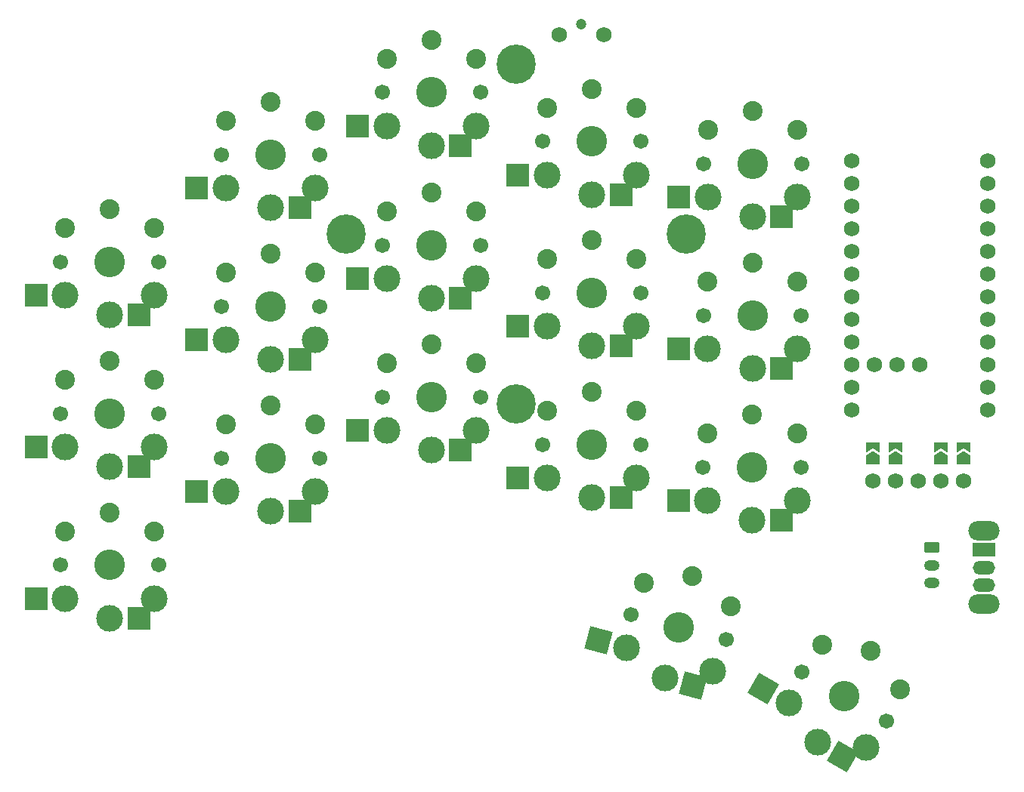
<source format=gbr>
%TF.GenerationSoftware,KiCad,Pcbnew,7.0.8*%
%TF.CreationDate,2023-10-31T13:57:00-04:00*%
%TF.ProjectId,half-swept,68616c66-2d73-4776-9570-742e6b696361,rev?*%
%TF.SameCoordinates,Original*%
%TF.FileFunction,Soldermask,Bot*%
%TF.FilePolarity,Negative*%
%FSLAX46Y46*%
G04 Gerber Fmt 4.6, Leading zero omitted, Abs format (unit mm)*
G04 Created by KiCad (PCBNEW 7.0.8) date 2023-10-31 13:57:00*
%MOMM*%
%LPD*%
G01*
G04 APERTURE LIST*
G04 Aperture macros list*
%AMRoundRect*
0 Rectangle with rounded corners*
0 $1 Rounding radius*
0 $2 $3 $4 $5 $6 $7 $8 $9 X,Y pos of 4 corners*
0 Add a 4 corners polygon primitive as box body*
4,1,4,$2,$3,$4,$5,$6,$7,$8,$9,$2,$3,0*
0 Add four circle primitives for the rounded corners*
1,1,$1+$1,$2,$3*
1,1,$1+$1,$4,$5*
1,1,$1+$1,$6,$7*
1,1,$1+$1,$8,$9*
0 Add four rect primitives between the rounded corners*
20,1,$1+$1,$2,$3,$4,$5,0*
20,1,$1+$1,$4,$5,$6,$7,0*
20,1,$1+$1,$6,$7,$8,$9,0*
20,1,$1+$1,$8,$9,$2,$3,0*%
%AMRotRect*
0 Rectangle, with rotation*
0 The origin of the aperture is its center*
0 $1 length*
0 $2 width*
0 $3 Rotation angle, in degrees counterclockwise*
0 Add horizontal line*
21,1,$1,$2,0,0,$3*%
%AMFreePoly0*
4,1,6,1.000000,0.000000,0.500000,-0.750000,-0.500000,-0.750000,-0.500000,0.750000,0.500000,0.750000,1.000000,0.000000,1.000000,0.000000,$1*%
%AMFreePoly1*
4,1,6,0.500000,-0.750000,-0.650000,-0.750000,-0.150000,0.000000,-0.650000,0.750000,0.500000,0.750000,0.500000,-0.750000,0.500000,-0.750000,$1*%
G04 Aperture macros list end*
%ADD10C,1.701800*%
%ADD11C,3.000000*%
%ADD12C,3.429000*%
%ADD13RotRect,2.600000X2.600000X165.000000*%
%ADD14C,2.232000*%
%ADD15C,1.200000*%
%ADD16C,1.750000*%
%ADD17R,2.600000X2.600000*%
%ADD18RotRect,2.600000X2.600000X150.000000*%
%ADD19C,4.400000*%
%ADD20C,1.752600*%
%ADD21RoundRect,0.250000X-0.625000X0.350000X-0.625000X-0.350000X0.625000X-0.350000X0.625000X0.350000X0*%
%ADD22O,1.750000X1.200000*%
%ADD23FreePoly0,90.000000*%
%ADD24FreePoly1,90.000000*%
%ADD25O,3.500000X2.200000*%
%ADD26R,2.500000X1.500000*%
%ADD27O,2.500000X1.500000*%
G04 APERTURE END LIST*
D10*
%TO.C,SW21*%
X91649111Y-83678507D03*
D11*
X90195577Y-87171319D03*
X84796546Y-88002261D03*
D12*
X86336519Y-82255002D03*
D11*
X80536318Y-84583129D03*
D10*
X81023927Y-80831497D03*
D13*
X87959953Y-88849893D03*
D14*
X87863551Y-76556040D03*
X92149661Y-79878579D03*
X82490402Y-77290389D03*
D13*
X77372911Y-83735496D03*
%TD*%
D15*
%TO.C,RSW1*%
X75451865Y-14657504D03*
D16*
X72951865Y-15867504D03*
X77951865Y-15867504D03*
%TD*%
D10*
%TO.C,SW2*%
X28126865Y-41305002D03*
D11*
X27626865Y-45055002D03*
X22626865Y-47255002D03*
D12*
X22626865Y-41305002D03*
D11*
X17626865Y-45055002D03*
D10*
X17126865Y-41305002D03*
D17*
X25901865Y-47255002D03*
D14*
X22626865Y-35405002D03*
X27626865Y-37505002D03*
X17626865Y-37505002D03*
D17*
X14351865Y-45055002D03*
%TD*%
D10*
%TO.C,SW3*%
X46126867Y-29305002D03*
D11*
X45626867Y-33055002D03*
X40626867Y-35255002D03*
D12*
X40626867Y-29305002D03*
D11*
X35626867Y-33055002D03*
D10*
X35126867Y-29305002D03*
D17*
X43901867Y-35255002D03*
D14*
X40626867Y-23405002D03*
X45626867Y-25505002D03*
X35626867Y-25505002D03*
D17*
X32351867Y-33055002D03*
%TD*%
D10*
%TO.C,SW4*%
X64126864Y-22305002D03*
D11*
X63626864Y-26055002D03*
X58626864Y-28255002D03*
D12*
X58626864Y-22305002D03*
D11*
X53626864Y-26055002D03*
D10*
X53126864Y-22305002D03*
D17*
X61901864Y-28255002D03*
D14*
X58626864Y-16405002D03*
X63626864Y-18505002D03*
X53626864Y-18505002D03*
D17*
X50351864Y-26055002D03*
%TD*%
D10*
%TO.C,SW5*%
X82126865Y-27805003D03*
D11*
X81626865Y-31555003D03*
X76626865Y-33755003D03*
D12*
X76626865Y-27805003D03*
D11*
X71626865Y-31555003D03*
D10*
X71126865Y-27805003D03*
D17*
X79901865Y-33755003D03*
D14*
X76626865Y-21905003D03*
X81626865Y-24005003D03*
X71626865Y-24005003D03*
D17*
X68351865Y-31555003D03*
%TD*%
D10*
%TO.C,SW6*%
X100126863Y-30305002D03*
D11*
X99626863Y-34055002D03*
X94626863Y-36255002D03*
D12*
X94626863Y-30305002D03*
D11*
X89626863Y-34055002D03*
D10*
X89126863Y-30305002D03*
D17*
X97901863Y-36255002D03*
D14*
X94626863Y-24405002D03*
X99626863Y-26505002D03*
X89626863Y-26505002D03*
D17*
X86351863Y-34055002D03*
%TD*%
D10*
%TO.C,SW8*%
X28126865Y-58305002D03*
D11*
X27626865Y-62055002D03*
X22626865Y-64255002D03*
D12*
X22626865Y-58305002D03*
D11*
X17626865Y-62055002D03*
D10*
X17126865Y-58305002D03*
D17*
X25901865Y-64255002D03*
D14*
X22626865Y-52405002D03*
X27626865Y-54505002D03*
X17626865Y-54505002D03*
D17*
X14351865Y-62055002D03*
%TD*%
D10*
%TO.C,SW9*%
X46126867Y-46279002D03*
D11*
X45626867Y-50029002D03*
X40626867Y-52229002D03*
D12*
X40626867Y-46279002D03*
D11*
X35626867Y-50029002D03*
D10*
X35126867Y-46279002D03*
D17*
X43901867Y-52229002D03*
D14*
X40626867Y-40379002D03*
X45626867Y-42479002D03*
X35626867Y-42479002D03*
D17*
X32351867Y-50029002D03*
%TD*%
D10*
%TO.C,SW10*%
X64126866Y-39421002D03*
D11*
X63626866Y-43171002D03*
X58626866Y-45371002D03*
D12*
X58626866Y-39421002D03*
D11*
X53626866Y-43171002D03*
D10*
X53126866Y-39421002D03*
D17*
X61901866Y-45371002D03*
D14*
X58626866Y-33521002D03*
X63626866Y-35621002D03*
X53626866Y-35621002D03*
D17*
X50351866Y-43171002D03*
%TD*%
D10*
%TO.C,SW11*%
X82126867Y-44755005D03*
D11*
X81626867Y-48505005D03*
X76626867Y-50705005D03*
D12*
X76626867Y-44755005D03*
D11*
X71626867Y-48505005D03*
D10*
X71126867Y-44755005D03*
D17*
X79901867Y-50705005D03*
D14*
X76626867Y-38855005D03*
X81626867Y-40955005D03*
X71626867Y-40955005D03*
D17*
X68351867Y-48505005D03*
%TD*%
D10*
%TO.C,SW12*%
X100106865Y-47295002D03*
D11*
X99606865Y-51045002D03*
X94606865Y-53245002D03*
D12*
X94606865Y-47295002D03*
D11*
X89606865Y-51045002D03*
D10*
X89106865Y-47295002D03*
D17*
X97881865Y-53245002D03*
D14*
X94606865Y-41395002D03*
X99606865Y-43495002D03*
X89606865Y-43495002D03*
D17*
X86331865Y-51045002D03*
%TD*%
D10*
%TO.C,SW14*%
X28126865Y-75304999D03*
D11*
X27626865Y-79054999D03*
X22626865Y-81254999D03*
D12*
X22626865Y-75304999D03*
D11*
X17626865Y-79054999D03*
D10*
X17126865Y-75304999D03*
D17*
X25901865Y-81254999D03*
D14*
X22626865Y-69404999D03*
X27626865Y-71504999D03*
X17626865Y-71504999D03*
D17*
X14351865Y-79054999D03*
%TD*%
D10*
%TO.C,SW15*%
X46126864Y-63297001D03*
D11*
X45626864Y-67047001D03*
X40626864Y-69247001D03*
D12*
X40626864Y-63297001D03*
D11*
X35626864Y-67047001D03*
D10*
X35126864Y-63297001D03*
D17*
X43901864Y-69247001D03*
D14*
X40626864Y-57397001D03*
X45626864Y-59497001D03*
X35626864Y-59497001D03*
D17*
X32351864Y-67047001D03*
%TD*%
D10*
%TO.C,SW16*%
X64126863Y-56439003D03*
D11*
X63626863Y-60189003D03*
X58626863Y-62389003D03*
D12*
X58626863Y-56439003D03*
D11*
X53626863Y-60189003D03*
D10*
X53126863Y-56439003D03*
D17*
X61901863Y-62389003D03*
D14*
X58626863Y-50539003D03*
X63626863Y-52639003D03*
X53626863Y-52639003D03*
D17*
X50351863Y-60189003D03*
%TD*%
D10*
%TO.C,SW17*%
X82126865Y-61773005D03*
D11*
X81626865Y-65523005D03*
X76626865Y-67723005D03*
D12*
X76626865Y-61773005D03*
D11*
X71626865Y-65523005D03*
D10*
X71126865Y-61773005D03*
D17*
X79901865Y-67723005D03*
D14*
X76626865Y-55873005D03*
X81626865Y-57973005D03*
X71626865Y-57973005D03*
D17*
X68351865Y-65523005D03*
%TD*%
D10*
%TO.C,SW18*%
X100100519Y-64313002D03*
D11*
X99600519Y-68063002D03*
X94600519Y-70263002D03*
D12*
X94600519Y-64313002D03*
D11*
X89600519Y-68063002D03*
D10*
X89100519Y-64313002D03*
D17*
X97875519Y-70263002D03*
D14*
X94600519Y-58413002D03*
X99600519Y-60513002D03*
X89600519Y-60513002D03*
D17*
X86325519Y-68063002D03*
%TD*%
D10*
%TO.C,SW20*%
X109659659Y-92755002D03*
D11*
X107351646Y-95752597D03*
X101921519Y-95157853D03*
D12*
X104896519Y-90005002D03*
D11*
X98691392Y-90752597D03*
D10*
X100133379Y-87255002D03*
D18*
X104757752Y-96795353D03*
D14*
X107846519Y-84895452D03*
X111126646Y-89214105D03*
X102466392Y-84214105D03*
D18*
X95855159Y-89115097D03*
%TD*%
D19*
%TO.C,REF\u002A\u002A*%
X49076866Y-38205003D03*
X68126866Y-19155003D03*
X68126866Y-57255003D03*
X87176866Y-38205003D03*
%TD*%
D20*
%TO.C,U1*%
X105756864Y-29971752D03*
X105756864Y-32511752D03*
X105756864Y-35051752D03*
X105756864Y-37591752D03*
X105756864Y-40131752D03*
X105756864Y-42671752D03*
X105756864Y-45211752D03*
X105756864Y-47751752D03*
X105756864Y-50291752D03*
X105756864Y-52831752D03*
X105756864Y-55371752D03*
X105756864Y-57911752D03*
X120996864Y-57911752D03*
X120996864Y-55371752D03*
X120996864Y-52831752D03*
X120996864Y-50291752D03*
X120996864Y-47751752D03*
X120996864Y-45211752D03*
X120996864Y-42671752D03*
X120996864Y-40131752D03*
X120996864Y-37591752D03*
X120996864Y-35051752D03*
X120996864Y-32511752D03*
X120996864Y-29971752D03*
X108296864Y-52831752D03*
X110836864Y-52831752D03*
X113376864Y-52831752D03*
%TD*%
D21*
%TO.C,J1*%
X114733066Y-73312291D03*
D22*
X114733066Y-75312291D03*
X114733066Y-77312291D03*
%TD*%
D20*
%TO.C,Display1*%
X108073066Y-65902292D03*
X110613066Y-65902292D03*
X113153066Y-65902292D03*
X115693066Y-65902292D03*
X118233066Y-65902292D03*
%TD*%
D23*
%TO.C,JP2*%
X115710000Y-63515000D03*
D24*
X115710000Y-62065000D03*
%TD*%
D25*
%TO.C,SW7*%
X120590000Y-71470000D03*
X120590000Y-79670000D03*
D26*
X120590000Y-73570000D03*
D27*
X120590000Y-75570000D03*
X120590000Y-77570000D03*
%TD*%
D23*
%TO.C,JP1*%
X118230000Y-63515000D03*
D24*
X118230000Y-62065000D03*
%TD*%
D23*
%TO.C,JP4*%
X108070000Y-63515000D03*
D24*
X108070000Y-62065000D03*
%TD*%
D23*
%TO.C,JP3*%
X110620000Y-63515000D03*
D24*
X110620000Y-62065000D03*
%TD*%
M02*

</source>
